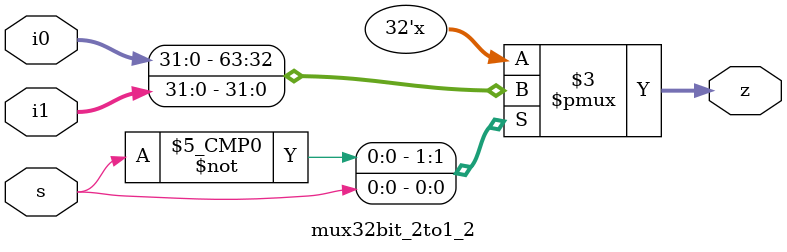
<source format=v>
module mux32bit_2to1_2(input [31:0] i0, i1,
                    input s,
                    output reg [31:0] z);
  initial z = 0;

  always @(*) begin
    case(s)
      1'b0: z = i0;
      1'b1: z = i1;
    endcase
  end
endmodule

</source>
